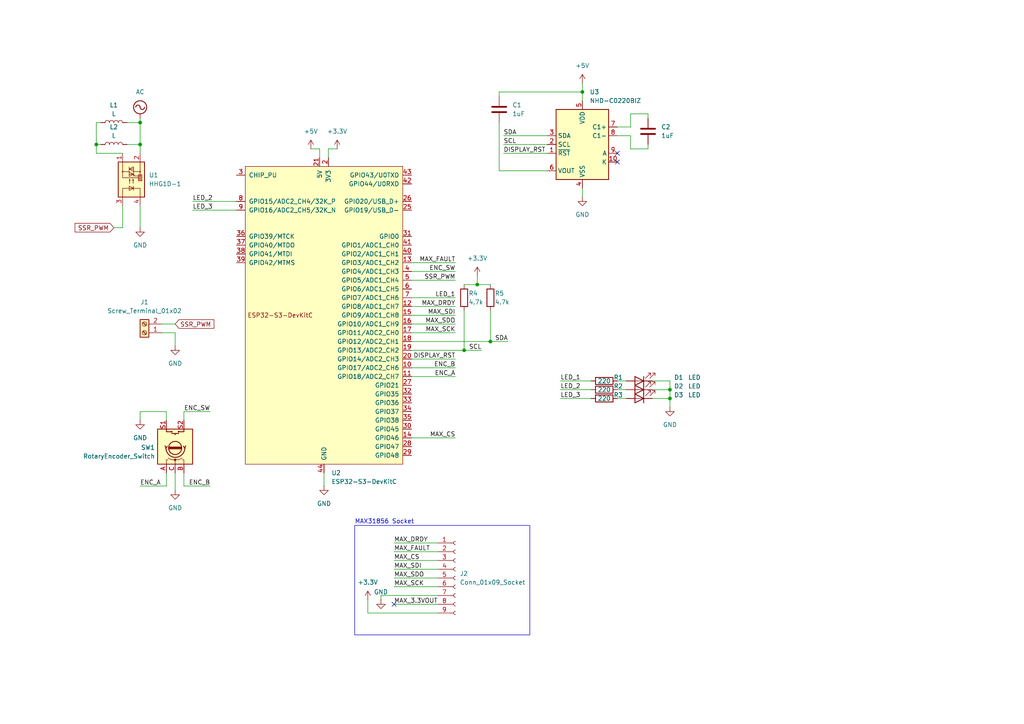
<source format=kicad_sch>
(kicad_sch (version 20250114) (generator "eeschema") (generator_version "9.0")
  (paper "A4")
  (title_block (title "Tube Furnace Schematic") (date "2025-03-26") (rev "v2") (company "Waterloo Hacker Fab"))
  (lib_symbols
    (symbol "Connector:Conn_01x09_Socket" (pin_names (offset 1.016) (hide yes))
      (property "Reference" "J" (at 0 12.7 0))
      (property "Value" "Conn_01x09_Socket" (at 0 -12.7 0))
      (symbol "Conn_01x09_Socket_1_1"
        (polyline (pts (xy -1.27 10.16) (xy -0.508 10.16)) (stroke (width 0.1524)))
        (polyline (pts (xy -1.27 7.62) (xy -0.508 7.62)) (stroke (width 0.1524)))
        (polyline (pts (xy -1.27 5.08) (xy -0.508 5.08)) (stroke (width 0.1524)))
        (polyline (pts (xy -1.27 2.54) (xy -0.508 2.54)) (stroke (width 0.1524)))
        (polyline (pts (xy -1.27 0) (xy -0.508 0)) (stroke (width 0.1524)))
        (polyline (pts (xy -1.27 -2.54) (xy -0.508 -2.54)) (stroke (width 0.1524)))
        (polyline (pts (xy -1.27 -5.08) (xy -0.508 -5.08)) (stroke (width 0.1524)))
        (polyline (pts (xy -1.27 -7.62) (xy -0.508 -7.62)) (stroke (width 0.1524)))
        (polyline (pts (xy -1.27 -10.16) (xy -0.508 -10.16)) (stroke (width 0.1524)))
        (arc (start 0 9.652) (mid -0.5058 10.16) (end 0 10.668) (stroke (width 0.1524)))
        (arc (start 0 7.112) (mid -0.5058 7.62) (end 0 8.128) (stroke (width 0.1524)))
        (arc (start 0 4.572) (mid -0.5058 5.08) (end 0 5.588) (stroke (width 0.1524)))
        (arc (start 0 2.032) (mid -0.5058 2.54) (end 0 3.048) (stroke (width 0.1524)))
        (arc (start 0 -0.508) (mid -0.5058 0) (end 0 0.508) (stroke (width 0.1524)))
        (arc (start 0 -3.048) (mid -0.5058 -2.54) (end 0 -2.032) (stroke (width 0.1524)))
        (arc (start 0 -5.588) (mid -0.5058 -5.08) (end 0 -4.572) (stroke (width 0.1524)))
        (arc (start 0 -8.128) (mid -0.5058 -7.62) (end 0 -7.112) (stroke (width 0.1524)))
        (arc (start 0 -10.668) (mid -0.5058 -10.16) (end 0 -9.652) (stroke (width 0.1524)))
        (pin passive line (at -5.08 10.16 0) (length 3.81) (name "Pin_1") (number "1"))
        (pin passive line (at -5.08 7.62 0) (length 3.81) (name "Pin_2") (number "2"))
        (pin passive line (at -5.08 5.08 0) (length 3.81) (name "Pin_3") (number "3"))
        (pin passive line (at -5.08 2.54 0) (length 3.81) (name "Pin_4") (number "4"))
        (pin passive line (at -5.08 0 0) (length 3.81) (name "Pin_5") (number "5"))
        (pin passive line (at -5.08 -2.54 0) (length 3.81) (name "Pin_6") (number "6"))
        (pin passive line (at -5.08 -5.08 0) (length 3.81) (name "Pin_7") (number "7"))
        (pin passive line (at -5.08 -7.62 0) (length 3.81) (name "Pin_8") (number "8"))
        (pin passive line (at -5.08 -10.16 0) (length 3.81) (name "Pin_9") (number "9"))
      )
    )
    (symbol "Connector:Screw_Terminal_01x02" (pin_names (offset 1.016) (hide yes))
      (property "Reference" "J" (at 0 2.54 0))
      (property "Value" "Screw_Terminal_01x02" (at 0 -5.08 0))
      (symbol "Screw_Terminal_01x02_1_1"
        (rectangle (start -1.27 1.27) (end 1.27 -3.81) (stroke (width 0.254)) (fill (type background)))
        (polyline (pts (xy -0.5334 0.3302) (xy 0.3302 -0.508)) (stroke (width 0.1524)))
        (polyline (pts (xy -0.5334 -2.2098) (xy 0.3302 -3.048)) (stroke (width 0.1524)))
        (polyline (pts (xy -0.3556 0.508) (xy 0.508 -0.3302)) (stroke (width 0.1524)))
        (polyline (pts (xy -0.3556 -2.032) (xy 0.508 -2.8702)) (stroke (width 0.1524)))
        (circle (center 0 0) (radius 0.635) (stroke (width 0.1524)))
        (circle (center 0 -2.54) (radius 0.635) (stroke (width 0.1524)))
        (pin passive line (at -5.08 0 0) (length 3.81) (name "Pin_1") (number "1"))
        (pin passive line (at -5.08 -2.54 0) (length 3.81) (name "Pin_2") (number "2"))
      )
    )
    (symbol "Device:C" (pin_numbers (hide yes)) (pin_names (offset 0.254))
      (property "Reference" "C" (at 0.635 2.54 0))
      (property "Value" "C" (at 0.635 -2.54 0))
      (symbol "C_0_1"
        (polyline (pts (xy -2.032 0.762) (xy 2.032 0.762)) (stroke (width 0.508)))
        (polyline (pts (xy -2.032 -0.762) (xy 2.032 -0.762)) (stroke (width 0.508)))
      )
      (symbol "C_1_1"
        (pin passive line (at 0 3.81 270) (length 2.794) (name "~") (number "1"))
        (pin passive line (at 0 -3.81 90) (length 2.794) (name "~") (number "2"))
      )
    )
    (symbol "Device:L" (pin_numbers (hide yes)) (pin_names (offset 1.016) (hide yes))
      (property "Reference" "L" (at -1.27 0 90))
      (property "Value" "L" (at 1.905 0 90))
      (symbol "L_0_1"
        (arc (start 0 2.54) (mid 0.6323 1.905) (end 0 1.27))
        (arc (start 0 1.27) (mid 0.6323 0.635) (end 0 0))
        (arc (start 0 0) (mid 0.6323 -0.635) (end 0 -1.27))
        (arc (start 0 -1.27) (mid 0.6323 -1.905) (end 0 -2.54))
      )
      (symbol "L_1_1"
        (pin passive line (at 0 3.81 270) (length 1.27) (name "1") (number "1"))
        (pin passive line (at 0 -3.81 90) (length 1.27) (name "2") (number "2"))
      )
    )
    (symbol "Device:LED" (pin_numbers (hide yes)) (pin_names (offset 1.016) (hide yes))
      (property "Reference" "D" (at 0 2.54 0))
      (property "Value" "LED" (at 0 -2.54 0))
      (symbol "LED_0_1"
        (polyline (pts (xy -3.048 -0.762) (xy -4.572 -2.286) (xy -3.81 -2.286) (xy -4.572 -2.286) (xy -4.572 -1.524)))
        (polyline (pts (xy -1.778 -0.762) (xy -3.302 -2.286) (xy -2.54 -2.286) (xy -3.302 -2.286) (xy -3.302 -1.524)))
        (polyline (pts (xy -1.27 0) (xy 1.27 0)))
        (polyline (pts (xy -1.27 -1.27) (xy -1.27 1.27)) (stroke (width 0.254)))
        (polyline (pts (xy 1.27 -1.27) (xy 1.27 1.27) (xy -1.27 0) (xy 1.27 -1.27)) (stroke (width 0.254)))
      )
      (symbol "LED_1_1"
        (pin passive line (at -3.81 0 0) (length 2.54) (name "K") (number "1"))
        (pin passive line (at 3.81 0 180) (length 2.54) (name "A") (number "2"))
      )
    )
    (symbol "Device:R" (pin_numbers (hide yes)) (pin_names (offset 0))
      (property "Reference" "R" (at 2.032 0 90))
      (property "Value" "R" (at 0 0 90))
      (symbol "R_0_1"
        (rectangle (start -1.016 -2.54) (end 1.016 2.54) (stroke (width 0.254)))
      )
      (symbol "R_1_1"
        (pin passive line (at 0 3.81 270) (length 1.27) (name "~") (number "1"))
        (pin passive line (at 0 -3.81 90) (length 1.27) (name "~") (number "2"))
      )
    )
    (symbol "Device:RotaryEncoder_Switch" (pin_names (offset 0.254) (hide yes))
      (property "Reference" "SW" (at 0 6.604 0))
      (property "Value" "RotaryEncoder_Switch" (at 0 -6.604 0))
      (symbol "RotaryEncoder_Switch_0_1"
        (rectangle (start -5.08 5.08) (end 5.08 -5.08) (stroke (width 0.254)) (fill (type background)))
        (polyline (pts (xy -5.08 2.54) (xy -3.81 2.54) (xy -3.81 2.032)))
        (polyline (pts (xy -5.08 0) (xy -3.81 0) (xy -3.81 -1.016) (xy -3.302 -2.032)))
        (polyline (pts (xy -5.08 -2.54) (xy -3.81 -2.54) (xy -3.81 -2.032)))
        (polyline (pts (xy -4.318 0) (xy -3.81 0) (xy -3.81 1.016) (xy -3.302 2.032)))
        (circle (center -3.81 0) (radius 0.254) (fill (type outline)))
        (polyline (pts (xy -0.635 -1.778) (xy -0.635 1.778)) (stroke (width 0.254)))
        (circle (center -0.381 0) (radius 1.905) (stroke (width 0.254)))
        (polyline (pts (xy -0.381 -1.778) (xy -0.381 1.778)) (stroke (width 0.254)))
        (arc (start -0.381 -2.794) (mid -3.0988 -0.0635) (end -0.381 2.667) (stroke (width 0.254)))
        (polyline (pts (xy -0.127 1.778) (xy -0.127 -1.778)) (stroke (width 0.254)))
        (polyline (pts (xy 0.254 2.921) (xy -0.508 2.667) (xy 0.127 2.286)) (stroke (width 0.254)))
        (polyline (pts (xy 0.254 -3.048) (xy -0.508 -2.794) (xy 0.127 -2.413)) (stroke (width 0.254)))
        (polyline (pts (xy 3.81 1.016) (xy 3.81 -1.016)) (stroke (width 0.254)))
        (polyline (pts (xy 3.81 0) (xy 3.429 0)) (stroke (width 0.254)))
        (circle (center 4.318 1.016) (radius 0.127) (stroke (width 0.254)))
        (circle (center 4.318 -1.016) (radius 0.127) (stroke (width 0.254)))
        (polyline (pts (xy 5.08 2.54) (xy 4.318 2.54) (xy 4.318 1.016)) (stroke (width 0.254)))
        (polyline (pts (xy 5.08 -2.54) (xy 4.318 -2.54) (xy 4.318 -1.016)) (stroke (width 0.254)))
      )
      (symbol "RotaryEncoder_Switch_1_1"
        (pin passive line (at -7.62 2.54 0) (length 2.54) (name "A") (number "A"))
        (pin passive line (at -7.62 0 0) (length 2.54) (name "C") (number "C"))
        (pin passive line (at -7.62 -2.54 0) (length 2.54) (name "B") (number "B"))
        (pin passive line (at 7.62 2.54 180) (length 2.54) (name "S1") (number "S1"))
        (pin passive line (at 7.62 -2.54 180) (length 2.54) (name "S2") (number "S2"))
      )
    )
    (symbol "Display_Character:NHD-C0220BIZ"
      (property "Reference" "U" (at -6.35 11.43 0))
      (property "Value" "NHD-C0220BIZ" (at 8.89 11.43 0))
      (symbol "NHD-C0220BIZ_0_1"
        (rectangle (start -7.62 10.16) (end 7.62 -10.16) (stroke (width 0.254)) (fill (type background)))
      )
      (symbol "NHD-C0220BIZ_1_1"
        (pin bidirectional line (at -10.16 2.54 0) (length 2.54) (name "SDA") (number "3"))
        (pin input line (at -10.16 0 0) (length 2.54) (name "SCL") (number "2"))
        (pin input line (at -10.16 -2.54 0) (length 2.54) (name "~{RST}") (number "1"))
        (pin passive line (at -10.16 -7.62 0) (length 2.54) (name "VOUT") (number "6"))
        (pin power_in line (at 0 12.7 270) (length 2.54) (name "VDD") (number "5"))
        (pin power_in line (at 0 -12.7 90) (length 2.54) (name "VSS") (number "4"))
        (pin passive line (at 10.16 5.08 180) (length 2.54) (name "C1+") (number "7"))
        (pin passive line (at 10.16 2.54 180) (length 2.54) (name "C1-") (number "8"))
        (pin passive line (at 10.16 -2.54 180) (length 2.54) (name "A") (number "9"))
        (pin passive line (at 10.16 -5.08 180) (length 2.54) (name "K") (number "10"))
      )
    )
    (symbol "PCM_Espressif:ESP32-S3-DevKitC" (pin_names (offset 1.016))
      (property "Reference" "U" (at -22.86 48.26 0))
      (property "Value" "ESP32-S3-DevKitC" (at -22.86 45.72 0))
      (symbol "ESP32-S3-DevKitC_0_0"
        (text "ESP32-S3-DevKitC" (at -12.7 0 0) (effects (font (size 1.27 1.27))))
        (pin bidirectional line (at -25.4 15.24 0) (length 2.54) (name "GPIO42/MTMS") (number "39"))
        (pin power_in line (at 0 -45.72 90) (length 2.54) (name "GND") (number "44"))
        (pin bidirectional line (at 25.4 40.64 180) (length 2.54) (name "GPIO43/U0TXD") (number "43"))
        (pin bidirectional line (at 25.4 38.1 180) (length 2.54) (name "GPIO44/U0RXD") (number "42"))
        (pin bidirectional line (at 25.4 20.32 180) (length 2.54) (name "GPIO1/ADC1_CH0") (number "41"))
        (pin bidirectional line (at 25.4 17.78 180) (length 2.54) (name "GPIO2/ADC1_CH1") (number "40"))
        (pin bidirectional line (at 25.4 -10.16 180) (length 2.54) (name "GPIO13/ADC2_CH2") (number "19"))
        (pin bidirectional line (at 25.4 -35.56 180) (length 2.54) (name "GPIO46") (number "14"))
      )
      (symbol "ESP32-S3-DevKitC_0_1"
        (rectangle (start -22.86 43.18) (end 22.86 -43.18) (fill (type background)))
        (pin power_in line (at 1.27 45.72 270) (length 2.54) (name "3V3") (number "2"))
      )
      (symbol "ESP32-S3-DevKitC_1_1"
        (pin input line (at -25.4 40.64 0) (length 2.54) (name "CHIP_PU") (number "3"))
        (pin bidirectional line (at -25.4 33.02 0) (length 2.54) (name "GPIO15/ADC2_CH4/32K_P") (number "8"))
        (pin bidirectional line (at -25.4 30.48 0) (length 2.54) (name "GPIO16/ADC2_CH5/32K_N") (number "9"))
        (pin bidirectional line (at -25.4 22.86 0) (length 2.54) (name "GPIO39/MTCK") (number "36"))
        (pin bidirectional line (at -25.4 20.32 0) (length 2.54) (name "GPIO40/MTDO") (number "37"))
        (pin bidirectional line (at -25.4 17.78 0) (length 2.54) (name "GPIO41/MTDI") (number "38"))
        (pin power_in line (at -1.27 45.72 270) (length 2.54) (name "5V") (number "21"))
        (pin passive line (at 0 -45.72 90) (length 2.54) (hide yes) (name "GND") (number "22"))
        (pin passive line (at 0 -45.72 90) (length 2.54) (hide yes) (name "GND") (number "23"))
        (pin passive line (at 0 -45.72 90) (length 2.54) (hide yes) (name "GND") (number "24"))
        (pin passive line (at 1.27 45.72 270) (length 2.54) (hide yes) (name "3V3") (number "1"))
        (pin bidirectional line (at 25.4 33.02 180) (length 2.54) (name "GPIO20/USB_D+") (number "26"))
        (pin bidirectional line (at 25.4 30.48 180) (length 2.54) (name "GPIO19/USB_D-") (number "25"))
        (pin bidirectional line (at 25.4 22.86 180) (length 2.54) (name "GPIO0") (number "31"))
        (pin bidirectional line (at 25.4 15.24 180) (length 2.54) (name "GPIO3/ADC1_CH2") (number "13"))
        (pin bidirectional line (at 25.4 12.7 180) (length 2.54) (name "GPIO4/ADC1_CH3") (number "4"))
        (pin bidirectional line (at 25.4 10.16 180) (length 2.54) (name "GPIO5/ADC1_CH4") (number "5"))
        (pin bidirectional line (at 25.4 7.62 180) (length 2.54) (name "GPIO6/ADC1_CH5") (number "6"))
        (pin bidirectional line (at 25.4 5.08 180) (length 2.54) (name "GPIO7/ADC1_CH6") (number "7"))
        (pin bidirectional line (at 25.4 2.54 180) (length 2.54) (name "GPIO8/ADC1_CH7") (number "12"))
        (pin bidirectional line (at 25.4 0 180) (length 2.54) (name "GPIO9/ADC1_CH8") (number "15"))
        (pin bidirectional line (at 25.4 -2.54 180) (length 2.54) (name "GPIO10/ADC1_CH9") (number "16"))
        (pin bidirectional line (at 25.4 -5.08 180) (length 2.54) (name "GPIO11/ADC2_CH0") (number "17"))
        (pin bidirectional line (at 25.4 -7.62 180) (length 2.54) (name "GPIO12/ADC2_CH1") (number "18"))
        (pin bidirectional line (at 25.4 -12.7 180) (length 2.54) (name "GPIO14/ADC2_CH3") (number "20"))
        (pin bidirectional line (at 25.4 -15.24 180) (length 2.54) (name "GPIO17/ADC2_CH6") (number "10"))
        (pin bidirectional line (at 25.4 -17.78 180) (length 2.54) (name "GPIO18/ADC2_CH7") (number "11"))
        (pin bidirectional line (at 25.4 -20.32 180) (length 2.54) (name "GPIO21") (number "27"))
        (pin bidirectional line (at 25.4 -22.86 180) (length 2.54) (name "GPIO35") (number "32"))
        (pin bidirectional line (at 25.4 -25.4 180) (length 2.54) (name "GPIO36") (number "33"))
        (pin bidirectional line (at 25.4 -27.94 180) (length 2.54) (name "GPIO37") (number "34"))
        (pin bidirectional line (at 25.4 -30.48 180) (length 2.54) (name "GPIO38") (number "35"))
        (pin bidirectional line (at 25.4 -33.02 180) (length 2.54) (name "GPIO45") (number "30"))
        (pin bidirectional line (at 25.4 -38.1 180) (length 2.54) (name "GPIO47") (number "28"))
        (pin bidirectional line (at 25.4 -40.64 180) (length 2.54) (name "GPIO48") (number "29"))
      )
    )
    (symbol "Relay_SolidState:HHG1D-1"
      (property "Reference" "U" (at -5.08 5.08 0))
      (property "Value" "HHG1D-1" (at 0 5.08 0))
      (symbol "HHG1D-1_0_0"
        (rectangle (start -0.381 -2.032) (end 1.397 -3.048))
        (polyline (pts (xy 1.524 -0.635) (xy 1.016 -1.016) (xy 1.016 -2.032)))
        (polyline (pts (xy 2.286 -2.54) (xy 1.397 -2.54)))
        (text "ZCD" (at 0.508 -2.54 0) (effects (font (size 0.508 0.508))))
      )
      (symbol "HHG1D-1_0_1"
        (rectangle (start -5.08 3.81) (end 5.08 -3.81) (stroke (width 0.254)) (fill (type background)))
        (polyline (pts (xy -5.08 2.54) (xy -2.54 2.54) (xy -2.54 -2.54) (xy -5.08 -2.54)))
        (polyline (pts (xy -3.175 -0.635) (xy -1.905 -0.635)))
        (polyline (pts (xy -2.54 -0.635) (xy -3.175 0.635) (xy -1.905 0.635) (xy -2.54 -0.635)))
        (polyline (pts (xy -1.143 0.508) (xy 0.127 0.508) (xy -0.254 0.381) (xy -0.254 0.635) (xy 0.127 0.508)))
        (polyline (pts (xy -1.143 -0.508) (xy 0.127 -0.508) (xy -0.254 -0.635) (xy -0.254 -0.381) (xy 0.127 -0.508)))
        (polyline (pts (xy 0.889 -0.635) (xy 3.683 -0.635) (xy 3.048 0.635) (xy 2.413 -0.635)))
        (polyline (pts (xy 1.524 -0.635) (xy 1.524 0.635)))
        (polyline (pts (xy 2.286 2.54) (xy 0.508 2.54) (xy 0.508 -2.032)))
        (circle (center 2.286 2.54) (radius 0.127))
        (polyline (pts (xy 2.286 0.635) (xy 2.286 2.54) (xy 5.08 2.54)))
        (polyline (pts (xy 2.286 -0.635) (xy 2.286 -2.54) (xy 5.08 -2.54)))
        (circle (center 2.286 -2.54) (radius 0.127))
        (polyline (pts (xy 3.048 0.635) (xy 3.048 -0.635)))
        (polyline (pts (xy 3.683 0.635) (xy 0.889 0.635) (xy 1.524 -0.635) (xy 2.159 0.635)))
      )
      (symbol "HHG1D-1_1_1"
        (pin passive line (at -7.62 2.54 0) (length 2.54) (name "~") (number "3"))
        (pin passive line (at -7.62 -2.54 0) (length 2.54) (name "~") (number "4"))
        (pin passive line (at 7.62 2.54 180) (length 2.54) (name "~") (number "1"))
        (pin passive line (at 7.62 -2.54 180) (length 2.54) (name "~") (number "2"))
      )
    )
    (symbol "power:+3.3V" (power) (pin_numbers (hide yes)) (pin_names (offset 0) (hide yes))
      (property "Value" "+3.3V" (at 0 3.556 0))
      (symbol "+3.3V_0_1"
        (polyline (pts (xy -0.762 1.27) (xy 0 2.54)))
        (polyline (pts (xy 0 2.54) (xy 0.762 1.27)))
        (polyline (pts (xy 0 0) (xy 0 2.54)))
      )
      (symbol "+3.3V_1_1"
        (pin power_in line (at 0 0 90) (length 0) (name "~") (number "1"))
      )
    )
    (symbol "power:+5V" (power) (pin_numbers (hide yes)) (pin_names (offset 0) (hide yes))
      (property "Value" "+5V" (at 0 3.556 0))
      (symbol "+5V_0_1"
        (polyline (pts (xy -0.762 1.27) (xy 0 2.54)))
        (polyline (pts (xy 0 2.54) (xy 0.762 1.27)))
        (polyline (pts (xy 0 0) (xy 0 2.54)))
      )
      (symbol "+5V_1_1"
        (pin power_in line (at 0 0 90) (length 0) (name "~") (number "1"))
      )
    )
    (symbol "power:AC" (power) (pin_numbers (hide yes)) (pin_names (offset 0) (hide yes))
      (property "Value" "AC" (at 0 6.35 0))
      (symbol "AC_0_1"
        (arc (start -1.27 3.175) (mid -0.635 3.8073) (end 0 3.175) (stroke (width 0.254)))
        (circle (center 0 3.175) (radius 1.905) (stroke (width 0.254)))
        (polyline (pts (xy 0 0) (xy 0 1.27)))
        (arc (start 1.27 3.175) (mid 0.635 2.5427) (end 0 3.175) (stroke (width 0.254)))
      )
      (symbol "AC_1_1"
        (pin power_in line (at 0 0 90) (length 0) (name "~") (number "1"))
      )
    )
    (symbol "power:GND" (power) (pin_numbers (hide yes)) (pin_names (offset 0) (hide yes))
      (property "Value" "GND" (at 0 -3.81 0))
      (symbol "GND_0_1"
        (polyline (pts (xy 0 0) (xy 0 -1.27) (xy 1.27 -1.27) (xy 0 -2.54) (xy -1.27 -1.27) (xy 0 -1.27)))
      )
      (symbol "GND_1_1"
        (pin power_in line (at 0 0 270) (length 0) (name "~") (number "1"))
      )
    )
  )
  (rectangle (start 102.87 152.4) (end 153.67 184.15))
  (text "MAX31856 Socket" (at 111.506 151.384 0) (effects (font (size 1.27 1.27))))
  (junction (at 142.24 99.06))
  (junction (at 134.62 101.6))
  (junction (at 40.64 35.56))
  (junction (at 27.94 41.91))
  (junction (at 194.31 113.03))
  (junction (at 40.64 41.91))
  (junction (at 168.91 26.67))
  (junction (at 138.43 82.55))
  (junction (at 194.31 115.57))
  (no_connect (at 114.3 175.26))
  (no_connect (at 179.07 44.45))
  (no_connect (at 179.07 46.99))
  (wire (pts (xy 162.56 113.03) (xy 171.45 113.03)))
  (wire (pts (xy 187.96 43.18) (xy 187.96 41.91)))
  (wire (pts (xy 182.88 43.18) (xy 187.96 43.18)))
  (wire (pts (xy 106.68 177.8) (xy 127 177.8)))
  (wire (pts (xy 194.31 115.57) (xy 194.31 118.11)))
  (wire (pts (xy 114.3 175.26) (xy 127 175.26)))
  (wire (pts (xy 134.62 82.55) (xy 138.43 82.55)))
  (wire (pts (xy 110.49 172.72) (xy 110.49 173.99)))
  (wire (pts (xy 187.96 33.02) (xy 187.96 34.29)))
  (wire (pts (xy 46.99 96.52) (xy 50.8 96.52)))
  (wire (pts (xy 27.94 41.91) (xy 27.94 35.56)))
  (wire (pts (xy 194.31 113.03) (xy 194.31 115.57)))
  (wire (pts (xy 194.31 113.03) (xy 189.23 113.03)))
  (wire (pts (xy 119.38 101.6) (xy 134.62 101.6)))
  (wire (pts (xy 93.98 137.16) (xy 93.98 140.97)))
  (wire (pts (xy 168.91 24.13) (xy 168.91 26.67)))
  (wire (pts (xy 114.3 160.02) (xy 127 160.02)))
  (wire (pts (xy 106.68 173.99) (xy 106.68 177.8)))
  (wire (pts (xy 95.25 43.18) (xy 97.79 43.18)))
  (wire (pts (xy 36.83 35.56) (xy 40.64 35.56)))
  (wire (pts (xy 53.34 119.38) (xy 60.96 119.38)))
  (wire (pts (xy 40.64 119.38) (xy 48.26 119.38)))
  (wire (pts (xy 48.26 119.38) (xy 48.26 121.92)))
  (wire (pts (xy 134.62 101.6) (xy 139.7 101.6)))
  (wire (pts (xy 142.24 99.06) (xy 147.32 99.06)))
  (wire (pts (xy 179.07 36.83) (xy 182.88 36.83)))
  (wire (pts (xy 92.71 43.18) (xy 90.17 43.18)))
  (wire (pts (xy 50.8 137.16) (xy 50.8 142.24)))
  (wire (pts (xy 114.3 157.48) (xy 127 157.48)))
  (wire (pts (xy 168.91 54.61) (xy 168.91 57.15)))
  (wire (pts (xy 53.34 140.97) (xy 60.96 140.97)))
  (wire (pts (xy 138.43 82.55) (xy 142.24 82.55)))
  (wire (pts (xy 179.07 110.49) (xy 181.61 110.49)))
  (wire (pts (xy 119.38 109.22) (xy 132.08 109.22)))
  (wire (pts (xy 27.94 41.91) (xy 29.21 41.91)))
  (wire (pts (xy 92.71 45.72) (xy 92.71 43.18)))
  (wire (pts (xy 114.3 167.64) (xy 127 167.64)))
  (wire (pts (xy 119.38 81.28) (xy 132.08 81.28)))
  (wire (pts (xy 50.8 96.52) (xy 50.8 100.33)))
  (wire (pts (xy 144.78 35.56) (xy 144.78 49.53)))
  (wire (pts (xy 55.88 60.96) (xy 68.58 60.96)))
  (wire (pts (xy 48.26 137.16) (xy 48.26 140.97)))
  (wire (pts (xy 53.34 121.92) (xy 53.34 119.38)))
  (wire (pts (xy 114.3 165.1) (xy 127 165.1)))
  (wire (pts (xy 179.07 39.37) (xy 182.88 39.37)))
  (wire (pts (xy 144.78 49.53) (xy 158.75 49.53)))
  (wire (pts (xy 142.24 90.17) (xy 142.24 99.06)))
  (wire (pts (xy 132.08 76.2) (xy 119.38 76.2)))
  (wire (pts (xy 182.88 39.37) (xy 182.88 43.18)))
  (wire (pts (xy 40.64 34.29) (xy 40.64 35.56)))
  (wire (pts (xy 146.05 44.45) (xy 158.75 44.45)))
  (wire (pts (xy 182.88 33.02) (xy 187.96 33.02)))
  (wire (pts (xy 146.05 41.91) (xy 158.75 41.91)))
  (wire (pts (xy 182.88 36.83) (xy 182.88 33.02)))
  (wire (pts (xy 27.94 44.45) (xy 35.56 44.45)))
  (wire (pts (xy 119.38 104.14) (xy 132.08 104.14)))
  (wire (pts (xy 27.94 35.56) (xy 29.21 35.56)))
  (wire (pts (xy 119.38 91.44) (xy 132.08 91.44)))
  (wire (pts (xy 33.02 66.04) (xy 35.56 66.04)))
  (wire (pts (xy 144.78 26.67) (xy 144.78 27.94)))
  (wire (pts (xy 40.64 59.69) (xy 40.64 66.04)))
  (wire (pts (xy 53.34 137.16) (xy 53.34 140.97)))
  (wire (pts (xy 179.07 113.03) (xy 181.61 113.03)))
  (wire (pts (xy 194.31 115.57) (xy 189.23 115.57)))
  (wire (pts (xy 134.62 90.17) (xy 134.62 101.6)))
  (wire (pts (xy 119.38 127) (xy 132.08 127)))
  (wire (pts (xy 40.64 121.92) (xy 40.64 119.38)))
  (wire (pts (xy 162.56 110.49) (xy 171.45 110.49)))
  (wire (pts (xy 179.07 115.57) (xy 181.61 115.57)))
  (wire (pts (xy 40.64 41.91) (xy 40.64 44.45)))
  (wire (pts (xy 194.31 113.03) (xy 194.31 110.49)))
  (wire (pts (xy 110.49 172.72) (xy 127 172.72)))
  (wire (pts (xy 55.88 58.42) (xy 68.58 58.42)))
  (wire (pts (xy 35.56 66.04) (xy 35.56 59.69)))
  (wire (pts (xy 114.3 170.18) (xy 127 170.18)))
  (wire (pts (xy 36.83 41.91) (xy 40.64 41.91)))
  (wire (pts (xy 119.38 78.74) (xy 132.08 78.74)))
  (wire (pts (xy 162.56 115.57) (xy 171.45 115.57)))
  (wire (pts (xy 40.64 140.97) (xy 48.26 140.97)))
  (wire (pts (xy 146.05 39.37) (xy 158.75 39.37)))
  (wire (pts (xy 119.38 93.98) (xy 132.08 93.98)))
  (wire (pts (xy 132.08 88.9) (xy 119.38 88.9)))
  (wire (pts (xy 132.08 86.36) (xy 119.38 86.36)))
  (wire (pts (xy 27.94 44.45) (xy 27.94 41.91)))
  (wire (pts (xy 119.38 99.06) (xy 142.24 99.06)))
  (wire (pts (xy 194.31 110.49) (xy 189.23 110.49)))
  (wire (pts (xy 46.99 93.98) (xy 50.8 93.98)))
  (wire (pts (xy 144.78 26.67) (xy 168.91 26.67)))
  (wire (pts (xy 168.91 26.67) (xy 168.91 29.21)))
  (wire (pts (xy 40.64 35.56) (xy 40.64 41.91)))
  (wire (pts (xy 119.38 96.52) (xy 132.08 96.52)))
  (wire (pts (xy 138.43 82.55) (xy 138.43 80.01)))
  (wire (pts (xy 119.38 106.68) (xy 132.08 106.68)))
  (wire (pts (xy 95.25 45.72) (xy 95.25 43.18)))
  (wire (pts (xy 114.3 162.56) (xy 127 162.56)))
  (label "MAX_CS" (at 114.3 162.56 0))
  (label "ENC_A" (at 132.08 109.22 180))
  (label "ENC_SW" (at 60.96 119.38 180))
  (label "SCL" (at 146.05 41.91 0))
  (label "MAX_SCK" (at 132.08 96.52 180))
  (label "SCL" (at 139.7 101.6 180))
  (label "MAX_SDO" (at 132.08 93.98 180))
  (label "MAX_CS" (at 132.08 127 180))
  (label "LED_1" (at 132.08 86.36 180))
  (label "ENC_SW" (at 132.08 78.74 180))
  (label "MAX_3.3VOUT" (at 114.3 175.26 0))
  (label "MAX_SCK" (at 114.3 170.18 0))
  (label "SDA" (at 147.32 99.06 180))
  (label "MAX_DRDY" (at 114.3 157.48 0))
  (label "LED_2" (at 55.88 58.42 0))
  (label "MAX_SDO" (at 114.3 167.64 0))
  (label "MAX_SDI" (at 114.3 165.1 0))
  (label "DISPLAY_RST" (at 146.05 44.45 0))
  (label "ENC_B" (at 132.08 106.68 180))
  (label "SDA" (at 146.05 39.37 0))
  (label "LED_2" (at 162.56 113.03 0))
  (label "ENC_B" (at 60.96 140.97 180))
  (label "SSR_PWM" (at 132.08 81.28 180))
  (label "MAX_FAULT" (at 114.3 160.02 0))
  (label "ENC_A" (at 40.64 140.97 0))
  (label "MAX_FAULT" (at 132.08 76.2 180))
  (label "MAX_SDI" (at 132.08 91.44 180))
  (label "LED_3" (at 55.88 60.96 0))
  (label "DISPLAY_RST" (at 132.08 104.14 180))
  (label "LED_1" (at 162.56 110.49 0))
  (label "MAX_DRDY" (at 132.08 88.9 180))
  (label "LED_3" (at 162.56 115.57 0))
  (global_label "SSR_PWM" (shape input) (at 50.8 93.98 0) (property "Intersheetrefs" "${INTERSHEET_REFS}" (effects (hide yes))))
  (global_label "SSR_PWM" (shape input) (at 33.02 66.04 180) (property "Intersheetrefs" "${INTERSHEET_REFS}" (effects (hide yes))))
  (symbol (lib_id "Device:RotaryEncoder_Switch") (at 50.8 129.54 90) (unit 1)
    (property "Reference" "SW1" (at 44.958 129.794 90) (effects (justify left)))
    (property "Value" "RotaryEncoder_Switch" (at 44.958 132.334 90) (effects (justify left)))
    (property "Footprint" "!footprints:PEC164120FS0012" (effects (hide yes)))
    (property "Description" "Rotary encoder, dual channel, incremental quadrate outputs, with switch" (effects (hide yes)))
  )
  (symbol (lib_id "power:GND") (at 194.31 118.11 0) (unit 1)
    (property "Reference" "#PWR012" (effects (hide yes)))
    (property "Value" "GND" (at 194.31 123.19 0))
    (property "Description" "Power symbol creates a global label with name \"GND\" , ground" (effects (hide yes)))
  )
  (symbol (lib_id "Device:R") (at 175.26 110.49 90) (unit 1)
    (property "Reference" "R1" (at 179.324 109.474 90))
    (property "Value" "220" (at 175.26 110.49 90))
    (property "Footprint" "Resistor_SMD:R_0805_2012Metric_Pad1.20x1.40mm_HandSolder" (effects (hide yes)))
    (property "Description" "Resistor" (effects (hide yes)))
  )
  (symbol (lib_id "Connector:Screw_Terminal_01x02") (at 41.91 96.52 180) (unit 1)
    (property "Reference" "J1" (at 41.91 87.63 0))
    (property "Value" "Screw_Terminal_01x02" (at 41.91 90.17 0))
    (property "Footprint" "phoenix_footprints:TE_282837-2" (effects (hide yes)))
    (property "Description" "Generic screw terminal, single row, 01x02, script generated (kicad-library-utils/schlib/autogen/connector/)" (effects (hide yes)))
  )
  (symbol (lib_id "Device:C") (at 187.96 38.1 0) (unit 1)
    (property "Reference" "C2" (at 191.77 36.8299 0) (effects (justify left)))
    (property "Value" "1uF" (at 191.77 39.3699 0) (effects (justify left)))
    (property "Footprint" "Capacitor_SMD:C_0805_2012Metric" (effects (hide yes)))
    (property "Description" "Unpolarized capacitor" (effects (hide yes)))
  )
  (symbol (lib_id "Device:L") (at 33.02 41.91 90) (unit 1) (on_board no)
    (property "Reference" "L2" (at 33.02 36.83 90))
    (property "Value" "L" (at 33.02 39.37 90))
    (property "Description" "Inductor" (effects (hide yes)))
  )
  (symbol (lib_id "Device:C") (at 144.78 31.75 0) (unit 1)
    (property "Reference" "C1" (at 148.59 30.4799 0) (effects (justify left)))
    (property "Value" "1uF" (at 148.59 33.0199 0) (effects (justify left)))
    (property "Footprint" "Capacitor_SMD:C_0805_2012Metric" (effects (hide yes)))
    (property "Description" "Unpolarized capacitor" (effects (hide yes)))
  )
  (symbol (lib_id "Relay_SolidState:HHG1D-1") (at 38.1 52.07 90) (unit 1) (on_board no)
    (property "Reference" "U1" (at 43.18 50.7999 90) (effects (justify right)))
    (property "Value" "HHG1D-1" (at 43.18 53.3399 90) (effects (justify right)))
    (property "Datasheet" "https://ncr.hk/uploads/Relays/Solid_State_Relays/HHG1D-1.pdf" (effects (hide yes)))
    (property "Description" "NCR zero cross solid state relay 1A, 2A, 3A, 4A" (effects (hide yes)))
  )
  (symbol (lib_id "power:GND") (at 168.91 57.15 0) (unit 1)
    (property "Reference" "#PWR014" (effects (hide yes)))
    (property "Value" "GND" (at 168.91 62.23 0))
    (property "Description" "Power symbol creates a global label with name \"GND\" , ground" (effects (hide yes)))
  )
  (symbol (lib_id "power:+3.3V") (at 106.68 173.99 0) (unit 1)
    (property "Reference" "#PWR09" (effects (hide yes)))
    (property "Value" "+3.3V" (at 106.68 168.91 0))
    (property "Description" "Power symbol creates a global label with name \"+3.3V\"" (effects (hide yes)))
  )
  (symbol (lib_id "power:GND") (at 40.64 121.92 0) (unit 1)
    (property "Reference" "#PWR01" (effects (hide yes)))
    (property "Value" "GND" (at 40.64 127 0))
    (property "Description" "Power symbol creates a global label with name \"GND\" , ground" (effects (hide yes)))
  )
  (symbol (lib_id "power:+5V") (at 90.17 43.18 0) (unit 1)
    (property "Reference" "#PWR06" (effects (hide yes)))
    (property "Value" "+5V" (at 90.17 38.1 0))
    (property "Description" "Power symbol creates a global label with name \"+5V\"" (effects (hide yes)))
  )
  (symbol (lib_id "Device:LED") (at 185.42 110.49 180) (unit 1)
    (property "Reference" "D1" (at 196.85 109.474 0))
    (property "Value" "LED" (at 201.422 109.474 0))
    (property "Footprint" "Diode_SMD:D_0805_2012Metric_Pad1.15x1.40mm_HandSolder" (effects (hide yes)))
    (property "Description" "Light emitting diode" (effects (hide yes)))
    (property "Sim.Pins" "1=K 2=A" (effects (hide yes)))
  )
  (symbol (lib_id "Device:R") (at 142.24 86.36 0) (unit 1)
    (property "Reference" "R5" (at 143.51 85.09 0) (effects (justify left)))
    (property "Value" "4.7k" (at 143.51 87.63 0) (effects (justify left)))
    (property "Footprint" "Resistor_SMD:R_0805_2012Metric_Pad1.20x1.40mm_HandSolder" (effects (hide yes)))
    (property "Description" "Resistor" (effects (hide yes)))
  )
  (symbol (lib_id "Device:L") (at 33.02 35.56 90) (unit 1) (on_board no)
    (property "Reference" "L1" (at 33.02 30.48 90))
    (property "Value" "L" (at 33.02 33.02 90))
    (property "Description" "Inductor" (effects (hide yes)))
  )
  (symbol (lib_id "power:AC") (at 40.64 34.29 0) (unit 1)
    (property "Reference" "#PWR04" (effects (hide yes)))
    (property "Value" "AC" (at 40.64 26.67 0))
    (property "Description" "Power symbol creates a global label with name \"AC\"" (effects (hide yes)))
  )
  (symbol (lib_id "Device:LED") (at 185.42 113.03 180) (unit 1)
    (property "Reference" "D2" (at 196.85 112.014 0))
    (property "Value" "LED" (at 201.422 112.014 0))
    (property "Footprint" "Diode_SMD:D_0805_2012Metric_Pad1.15x1.40mm_HandSolder" (effects (hide yes)))
    (property "Description" "Light emitting diode" (effects (hide yes)))
    (property "Sim.Pins" "1=K 2=A" (effects (hide yes)))
  )
  (symbol (lib_id "power:GND") (at 40.64 66.04 0) (unit 1)
    (property "Reference" "#PWR05" (effects (hide yes)))
    (property "Value" "GND" (at 40.64 71.12 0))
    (property "Description" "Power symbol creates a global label with name \"GND\" , ground" (effects (hide yes)))
  )
  (symbol (lib_id "Device:LED") (at 185.42 115.57 180) (unit 1)
    (property "Reference" "D3" (at 196.85 114.554 0))
    (property "Value" "LED" (at 201.422 114.554 0))
    (property "Footprint" "Diode_SMD:D_0805_2012Metric_Pad1.15x1.40mm_HandSolder" (effects (hide yes)))
    (property "Description" "Light emitting diode" (effects (hide yes)))
    (property "Sim.Pins" "1=K 2=A" (effects (hide yes)))
  )
  (symbol (lib_id "Device:R") (at 175.26 113.03 90) (unit 1)
    (property "Reference" "R2" (at 179.324 112.014 90))
    (property "Value" "220" (at 175.26 113.03 90))
    (property "Footprint" "Resistor_SMD:R_0805_2012Metric_Pad1.20x1.40mm_HandSolder" (effects (hide yes)))
    (property "Description" "Resistor" (effects (hide yes)))
  )
  (symbol (lib_id "PCM_Espressif:ESP32-S3-DevKitC") (at 93.98 91.44 0) (unit 1)
    (property "Reference" "U2" (at 96.1233 137.16 0) (effects (justify left)))
    (property "Value" "ESP32-S3-DevKitC" (at 96.1233 139.7 0) (effects (justify left)))
    (property "Footprint" "PCM_Espressif:ESP32-S3-DevKitC" (effects (hide yes)))
    (property "Description" "ESP32-S3-DevKitC" (effects (hide yes)))
  )
  (symbol (lib_id "Connector:Conn_01x09_Socket") (at 132.08 167.64 0) (unit 1)
    (property "Reference" "J2" (at 133.35 166.3699 0) (effects (justify left)))
    (property "Value" "Conn_01x09_Socket" (at 133.35 168.9099 0) (effects (justify left)))
    (property "Footprint" "!footprints:MAX31856_HEADER" (effects (hide yes)))
    (property "Description" "Generic connector, single row, 01x09, script generated" (effects (hide yes)))
  )
  (symbol (lib_id "power:GND") (at 93.98 140.97 0) (unit 1)
    (property "Reference" "#PWR07" (effects (hide yes)))
    (property "Value" "GND" (at 93.98 146.05 0))
    (property "Description" "Power symbol creates a global label with name \"GND\" , ground" (effects (hide yes)))
  )
  (symbol (lib_id "power:GND") (at 50.8 100.33 0) (unit 1)
    (property "Reference" "#PWR02" (effects (hide yes)))
    (property "Value" "GND" (at 50.8 105.41 0))
    (property "Description" "Power symbol creates a global label with name \"GND\" , ground" (effects (hide yes)))
  )
  (symbol (lib_id "power:GND") (at 110.49 173.99 0) (unit 1)
    (property "Reference" "#PWR010" (effects (hide yes)))
    (property "Value" "GND" (at 110.49 171.704 0))
    (property "Description" "Power symbol creates a global label with name \"GND\" , ground" (effects (hide yes)))
  )
  (symbol (lib_id "power:GND") (at 50.8 142.24 0) (unit 1)
    (property "Reference" "#PWR03" (effects (hide yes)))
    (property "Value" "GND" (at 50.8 147.32 0))
    (property "Description" "Power symbol creates a global label with name \"GND\" , ground" (effects (hide yes)))
  )
  (symbol (lib_id "power:+5V") (at 168.91 24.13 0) (unit 1)
    (property "Reference" "#PWR013" (effects (hide yes)))
    (property "Value" "+5V" (at 168.91 19.05 0))
    (property "Description" "Power symbol creates a global label with name \"+5V\"" (effects (hide yes)))
  )
  (symbol (lib_id "Device:R") (at 175.26 115.57 90) (unit 1)
    (property "Reference" "R3" (at 179.324 114.554 90))
    (property "Value" "220" (at 175.26 115.57 90))
    (property "Footprint" "Resistor_SMD:R_0805_2012Metric_Pad1.20x1.40mm_HandSolder" (effects (hide yes)))
    (property "Description" "Resistor" (effects (hide yes)))
  )
  (symbol (lib_id "power:+3.3V") (at 97.79 43.18 0) (unit 1)
    (property "Reference" "#PWR08" (effects (hide yes)))
    (property "Value" "+3.3V" (at 97.79 38.1 0))
    (property "Description" "Power symbol creates a global label with name \"+3.3V\"" (effects (hide yes)))
  )
  (symbol (lib_id "power:+3.3V") (at 138.43 80.01 0) (unit 1)
    (property "Reference" "#PWR011" (effects (hide yes)))
    (property "Value" "+3.3V" (at 138.43 74.93 0))
    (property "Description" "Power symbol creates a global label with name \"+3.3V\"" (effects (hide yes)))
  )
  (symbol (lib_id "Device:R") (at 134.62 86.36 0) (unit 1)
    (property "Reference" "R4" (at 135.89 85.09 0) (effects (justify left)))
    (property "Value" "4.7k" (at 135.89 87.63 0) (effects (justify left)))
    (property "Footprint" "Resistor_SMD:R_0805_2012Metric_Pad1.20x1.40mm_HandSolder" (effects (hide yes)))
    (property "Description" "Resistor" (effects (hide yes)))
  )
  (symbol (lib_id "Display_Character:NHD-C0220BIZ") (at 168.91 41.91 0) (unit 1)
    (property "Reference" "U3" (at 171.0533 26.67 0) (effects (justify left)))
    (property "Value" "NHD-C0220BIZ" (at 171.0533 29.21 0) (effects (justify left)))
    (property "Footprint" "Display:NHD-C0220BiZ" (effects (hide yes)))
    (property "Datasheet" "http://www.newhavendisplay.com/specs/NHD-C0220BiZ-FSW-FBW-3V3M.pdf" (effects (hide yes)))
    (property "Description" "LCD 20x2 Alphanumeric 10pin Blue/White/Green Backlight, i2c, 3.3V VDD" (effects (hide yes)))
  )
)
</source>
